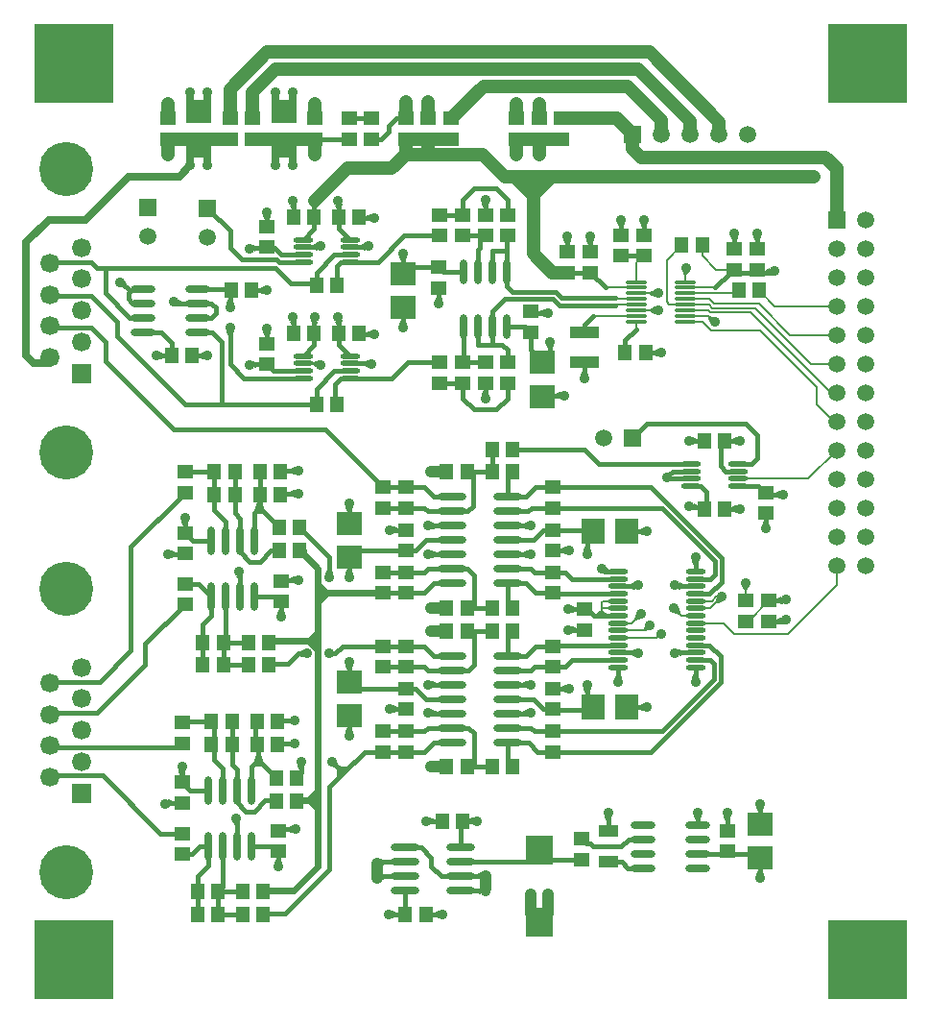
<source format=gtl>
%FSLAX25Y25*%
%MOIN*%
G70*
G01*
G75*
G04 Layer_Physical_Order=1*
G04 Layer_Color=255*
%ADD10O,0.07874X0.01201*%
%ADD11R,0.05512X0.04724*%
%ADD12R,0.04724X0.05512*%
%ADD13O,0.08661X0.02362*%
%ADD14O,0.07087X0.01772*%
%ADD15R,0.08661X0.07874*%
%ADD16R,0.07874X0.08661*%
%ADD17O,0.09843X0.02756*%
%ADD18O,0.02756X0.09843*%
%ADD19O,0.02362X0.08661*%
%ADD20R,0.06693X0.04331*%
%ADD21R,0.09449X0.10236*%
%ADD22R,0.10236X0.04331*%
%ADD23C,0.01575*%
%ADD24C,0.00787*%
%ADD25C,0.04724*%
%ADD26C,0.02362*%
%ADD27C,0.02756*%
%ADD28C,0.03937*%
%ADD29R,0.05906X0.05906*%
%ADD30C,0.05906*%
%ADD31R,0.27559X0.27559*%
%ADD32R,0.05906X0.05906*%
%ADD33C,0.06654*%
%ADD34R,0.06654X0.06654*%
%ADD35C,0.18740*%
%ADD36C,0.03583*%
G36*
X281686Y131269D02*
X280261Y131496D01*
X279625Y133071D01*
X280859Y133636D01*
X281686Y131269D01*
D02*
G37*
G36*
X234888Y129148D02*
X233644Y128757D01*
X233088Y129314D01*
X233479Y130557D01*
X234888Y129148D01*
D02*
G37*
G36*
X209770Y130118D02*
Y128543D01*
X208366Y128077D01*
Y130585D01*
X209770Y130118D01*
D02*
G37*
G36*
X232266Y133051D02*
X230566Y132569D01*
X230009Y133125D01*
X230492Y134825D01*
X232266Y133051D01*
D02*
G37*
G36*
X108537Y135138D02*
X106029Y135138D01*
X106496Y136542D01*
X108071D01*
X108537Y135138D01*
D02*
G37*
G36*
X245975Y135094D02*
X245418Y134537D01*
X243719Y135020D01*
X245492Y136793D01*
X245975Y135094D01*
D02*
G37*
G36*
X220473Y134941D02*
X218504Y133366D01*
X216535Y134941D01*
X218110Y135728D01*
X218898D01*
X220473Y134941D01*
D02*
G37*
G36*
X121260Y125394D02*
Y123031D01*
X118898Y121850D01*
X116535Y124213D01*
Y126575D01*
X118898Y128937D01*
X121260Y125394D01*
D02*
G37*
G36*
X252435Y112500D02*
X249927D01*
X250394Y113904D01*
X251969D01*
X252435Y112500D01*
D02*
G37*
G36*
X225663D02*
X223155D01*
X223622Y113904D01*
X225197D01*
X225663Y112500D01*
D02*
G37*
G36*
X192564Y109040D02*
X191178Y109528D01*
X191255Y111102D01*
X192675Y111545D01*
X192564Y109040D01*
D02*
G37*
G36*
X132159Y116831D02*
X131693Y115427D01*
X130118D01*
X129652Y116831D01*
X132159Y116831D01*
D02*
G37*
G36*
X246597Y122146D02*
X246892Y120571D01*
X245563Y120037D01*
X245150Y122511D01*
X246597Y122146D01*
D02*
G37*
G36*
X229831Y120037D02*
X228502Y120571D01*
X228797Y122146D01*
X230244Y122511D01*
X229831Y120037D01*
D02*
G37*
G36*
X114863Y119809D02*
X113458Y120276D01*
Y121851D01*
X114863Y122317D01*
Y119809D01*
D02*
G37*
G36*
X209770Y137205D02*
Y135630D01*
X208366Y135163D01*
Y137671D01*
X209770Y137205D01*
D02*
G37*
G36*
X132159Y148917D02*
X129652D01*
X130118Y150322D01*
X131693D01*
X132159Y148917D01*
D02*
G37*
G36*
X125270Y148917D02*
X122762D01*
X123228Y150322D01*
X124803D01*
X125270Y148917D01*
D02*
G37*
G36*
X221346Y150295D02*
X221006Y148721D01*
X218927Y148850D01*
X220281Y150816D01*
X221346Y150295D01*
D02*
G37*
G36*
X251969Y151844D02*
X250394D01*
X249927Y153248D01*
X252435D01*
X251969Y151844D01*
D02*
G37*
G36*
X70597Y156299D02*
Y154725D01*
X69193Y154258D01*
Y156766D01*
X70597Y156299D01*
D02*
G37*
G36*
X192675Y154203D02*
X191255Y154646D01*
X191178Y156220D01*
X192564Y156708D01*
X192675Y154203D01*
D02*
G37*
G36*
X161185Y156220D02*
X161107Y154646D01*
X159687Y154203D01*
X159798Y156708D01*
X161185Y156220D01*
D02*
G37*
G36*
X93839Y147319D02*
X92264Y146758D01*
X91702Y148013D01*
X94097Y148757D01*
X93839Y147319D01*
D02*
G37*
G36*
X123622Y143307D02*
X123622Y140945D01*
X121260Y138583D01*
X118898Y139764D01*
X118898Y144488D01*
X121260Y145669D01*
X123622Y143307D01*
D02*
G37*
G36*
X260415Y138957D02*
X258716Y138474D01*
X258159Y139031D01*
X258642Y140730D01*
X260415Y138957D01*
D02*
G37*
G36*
X281508Y138259D02*
X280059Y138583D01*
X279658Y140157D01*
X280957Y140706D01*
X281508Y138259D01*
D02*
G37*
G36*
X269094Y142847D02*
X268307Y142847D01*
X267447Y144390D01*
X269955Y144390D01*
X269094Y142847D01*
D02*
G37*
G36*
X111910Y145400D02*
X110505Y145866D01*
Y147441D01*
X111910Y147907D01*
Y145400D01*
D02*
G37*
G36*
X246892Y145177D02*
X246597Y143602D01*
X245150Y143237D01*
X245563Y145711D01*
X246892Y145177D01*
D02*
G37*
G36*
X230244Y143237D02*
X228797Y143602D01*
X228502Y145177D01*
X229831Y145711D01*
X230244Y143237D01*
D02*
G37*
G36*
X160164Y63780D02*
Y62205D01*
X158760Y61738D01*
Y64246D01*
X160164Y63780D01*
D02*
G37*
G36*
X92854Y61689D02*
X91280Y61129D01*
X90718Y62383D01*
X93112Y63127D01*
X92854Y61689D01*
D02*
G37*
G36*
X110925Y58785D02*
X109521Y59252D01*
Y60827D01*
X110925Y61293D01*
Y58785D01*
D02*
G37*
G36*
X173918Y61738D02*
X172513Y62205D01*
Y63780D01*
X173918Y64246D01*
X173918Y61738D01*
D02*
G37*
G36*
X262992Y63261D02*
X261417D01*
X260951Y64666D01*
X263459D01*
X262992Y63261D01*
D02*
G37*
G36*
X221654D02*
X220079D01*
X219612Y64666D01*
X222120D01*
X221654Y63261D01*
D02*
G37*
G36*
X252756Y63261D02*
X251181Y63261D01*
X250715Y64666D01*
X253222Y64666D01*
X252756Y63261D01*
D02*
G37*
G36*
X107553Y48523D02*
X105045D01*
X105512Y49928D01*
X107087D01*
X107553Y48523D01*
D02*
G37*
G36*
X176637Y37427D02*
X175332Y37973D01*
X175711Y39547D01*
X177160Y39879D01*
X176637Y37427D01*
D02*
G37*
G36*
X147369Y31299D02*
Y29724D01*
X145964Y29258D01*
Y31766D01*
X147369Y31299D01*
D02*
G37*
G36*
X162107Y29258D02*
X160702Y29724D01*
Y31299D01*
X162107Y31766D01*
Y29258D01*
D02*
G37*
G36*
X143115Y44547D02*
X143583Y42972D01*
X142303Y42417D01*
X141669Y44844D01*
X143115Y44547D01*
D02*
G37*
G36*
X143035Y49547D02*
X143596Y47973D01*
X142342Y47411D01*
X141598Y49806D01*
X143035Y49547D01*
D02*
G37*
G36*
X274876Y44586D02*
X272368Y44586D01*
X272835Y45991D01*
X274410D01*
X274876Y44586D01*
D02*
G37*
G36*
X177300Y42714D02*
X175863Y42972D01*
X175302Y44547D01*
X176556Y45109D01*
X177300Y42714D01*
D02*
G37*
G36*
X274410Y66214D02*
X272835D01*
X272368Y67618D01*
X274876D01*
X274410Y66214D01*
D02*
G37*
G36*
X147763Y102559D02*
Y100984D01*
X146358Y100518D01*
Y103026D01*
X147763Y102559D01*
D02*
G37*
G36*
X192675Y99085D02*
X191255Y99528D01*
X191178Y101102D01*
X192564Y101590D01*
X192675Y99085D01*
D02*
G37*
G36*
X161185Y101102D02*
X161107Y99528D01*
X159687Y99085D01*
X159798Y101590D01*
X161185Y101102D01*
D02*
G37*
G36*
X232973Y101108D02*
X231568Y101575D01*
Y103150D01*
X232973Y103616D01*
Y101108D01*
D02*
G37*
G36*
X161107Y111102D02*
X161185Y109528D01*
X159798Y109040D01*
X159687Y111545D01*
X161107Y111102D01*
D02*
G37*
G36*
X206004Y107604D02*
X204600Y108071D01*
Y109646D01*
X206004Y110112D01*
Y107604D01*
D02*
G37*
G36*
X214370Y107553D02*
X212795D01*
X212329Y108957D01*
X214837D01*
X214370Y107553D01*
D02*
G37*
G36*
X132159Y93799D02*
X129652D01*
X130118Y95204D01*
X131693D01*
X132159Y93799D01*
D02*
G37*
G36*
X129494Y79168D02*
X128380Y78054D01*
X126710Y78611D01*
Y80838D01*
X127823Y81952D01*
X130051D01*
X129494Y79168D01*
D02*
G37*
G36*
X69351Y70079D02*
X69752Y68504D01*
X68453Y67956D01*
X67902Y70402D01*
X69351Y70079D01*
D02*
G37*
G36*
X121260Y70276D02*
X118898Y66732D01*
X116535Y69095D01*
Y71457D01*
X118898Y73819D01*
X121260Y70276D01*
D02*
G37*
G36*
X74089Y80414D02*
X73622Y79009D01*
X72047Y79009D01*
X71581Y80414D01*
X74089Y80414D01*
D02*
G37*
G36*
X101310Y83268D02*
X100523Y81828D01*
X98296D01*
X97509Y83268D01*
X98622Y85956D01*
X100197D01*
X101310Y83268D01*
D02*
G37*
G36*
X127455Y82320D02*
X126341Y81207D01*
X125018Y81870D01*
X126791Y83644D01*
X127455Y82320D01*
D02*
G37*
G36*
X114961Y80978D02*
X113386D01*
X112919Y82382D01*
X115427D01*
X114961Y80978D01*
D02*
G37*
G36*
X206004Y155636D02*
X204600Y156102D01*
Y157677D01*
X206004Y158144D01*
Y155636D01*
D02*
G37*
G36*
X53731Y249174D02*
X52931Y247747D01*
X51630Y248266D01*
X52924Y250414D01*
X53731Y249174D01*
D02*
G37*
G36*
X101083Y245793D02*
X99678Y246260D01*
Y247835D01*
X101083Y248301D01*
X101083Y245793D01*
D02*
G37*
G36*
X236910Y244809D02*
X235367Y245669D01*
X235367Y246457D01*
X236910Y247317D01*
X236910Y244809D01*
D02*
G37*
G36*
X248974Y253398D02*
X248032Y252055D01*
X247244Y252237D01*
X246527Y253949D01*
X248974Y253398D01*
D02*
G37*
G36*
X98878Y262598D02*
X99279Y261024D01*
X97980Y260475D01*
X97429Y262922D01*
X98878Y262598D01*
D02*
G37*
G36*
X150394Y257159D02*
X148819D01*
X148352Y258563D01*
X150860D01*
X150394Y257159D01*
D02*
G37*
G36*
X277749Y252331D02*
X276324Y252559D01*
X275688Y254134D01*
X276922Y254699D01*
X277749Y252331D01*
D02*
G37*
G36*
X163360Y243897D02*
X160852D01*
X161319Y245302D01*
X162894D01*
X163360Y243897D01*
D02*
G37*
G36*
X257600Y237991D02*
X256099Y235982D01*
X255474Y237701D01*
X255948Y238340D01*
X257600Y237991D01*
D02*
G37*
G36*
X150860Y235531D02*
X148352D01*
X148819Y236936D01*
X150394D01*
X150860Y235531D01*
D02*
G37*
G36*
X128150Y235374D02*
X126575Y234973D01*
X126026Y236272D01*
X128473Y236823D01*
X128150Y235374D01*
D02*
G37*
G36*
X198524Y237919D02*
X197119Y238386D01*
Y239961D01*
X198524Y240427D01*
Y237919D01*
D02*
G37*
G36*
X90821Y242421D02*
X88313D01*
X88780Y243826D01*
X90354D01*
X90821Y242421D01*
D02*
G37*
G36*
X72716Y243445D02*
X72249Y241870D01*
X70803Y241574D01*
X71437Y244000D01*
X72716Y243445D01*
D02*
G37*
G36*
X236910Y238904D02*
X235367Y239764D01*
X235367Y240551D01*
X236910Y241411D01*
X236910Y238904D01*
D02*
G37*
G36*
X120008Y260954D02*
X118561Y261319D01*
X118266Y262894D01*
X119595Y263428D01*
X120008Y260954D01*
D02*
G37*
G36*
X120037Y276626D02*
X119488Y275327D01*
X117913Y275728D01*
X117590Y277177D01*
X120037Y276626D01*
D02*
G37*
G36*
X112402Y275728D02*
X110827Y275327D01*
X110278Y276626D01*
X112725Y277177D01*
X112402Y275728D01*
D02*
G37*
G36*
X103616Y272933D02*
X103150Y271529D01*
X101575D01*
X101108Y272933D01*
X103616Y272933D01*
D02*
G37*
G36*
X128150Y275728D02*
X126575Y275327D01*
X126026Y276626D01*
X128473Y277177D01*
X128150Y275728D01*
D02*
G37*
G36*
X68701Y309324D02*
X67126D01*
X66659Y310729D01*
X69167D01*
X68701Y309324D01*
D02*
G37*
G36*
X201969Y284055D02*
X197244Y279331D01*
X192520D01*
X187795Y284055D01*
X194882Y288780D01*
X201969Y284055D01*
D02*
G37*
G36*
X179404Y277264D02*
X178937Y275860D01*
X177362D01*
X176896Y277264D01*
X179404Y277264D01*
D02*
G37*
G36*
X138485Y270990D02*
X137080Y271457D01*
Y273031D01*
X138485Y273498D01*
X138485Y270990D01*
D02*
G37*
G36*
X215354Y263064D02*
X213780D01*
X213313Y264469D01*
X215821Y264469D01*
X215354Y263064D01*
D02*
G37*
G36*
X207480D02*
X205906D01*
X205439Y264469D01*
X207947Y264469D01*
X207480Y263064D01*
D02*
G37*
G36*
X136740Y260954D02*
X135293Y261319D01*
X134998Y262894D01*
X136327Y263428D01*
X136740Y260954D01*
D02*
G37*
G36*
X265551Y264049D02*
X263976D01*
X263510Y265453D01*
X266018Y265453D01*
X265551Y264049D01*
D02*
G37*
G36*
X234055Y268970D02*
X232480D01*
X232014Y270374D01*
X234522Y270374D01*
X234055Y268970D01*
D02*
G37*
G36*
X226181D02*
X224606D01*
X224140Y270374D01*
X226648Y270374D01*
X226181Y268970D01*
D02*
G37*
G36*
X273425Y264049D02*
X271850D01*
X271384Y265453D01*
X273892Y265453D01*
X273425Y264049D01*
D02*
G37*
G36*
X251838Y172638D02*
X251838Y171063D01*
X249988Y170740D01*
X250539Y173186D01*
X251838Y172638D01*
D02*
G37*
G36*
X131693Y170545D02*
X130118D01*
X129652Y171949D01*
X132159D01*
X131693Y170545D01*
D02*
G37*
G36*
X265453Y170006D02*
X264049Y170473D01*
Y172047D01*
X265453Y172514D01*
X265453Y170006D01*
D02*
G37*
G36*
X280217Y174927D02*
X278812Y175394D01*
Y176969D01*
X280217Y177435D01*
Y174927D01*
D02*
G37*
G36*
X265453Y193628D02*
X264049Y194095D01*
Y195669D01*
X265453Y196136D01*
X265453Y193628D01*
D02*
G37*
G36*
X111910Y183195D02*
X110505Y183661D01*
Y185236D01*
X111910Y185703D01*
X111910Y183195D01*
D02*
G37*
G36*
Y175321D02*
X110505Y175787D01*
Y177362D01*
X111910Y177829D01*
X111910Y175321D01*
D02*
G37*
G36*
X101704Y170866D02*
X100917Y169427D01*
X98690D01*
X97902Y170866D01*
X99016Y173555D01*
X100591D01*
X101704Y170866D01*
D02*
G37*
G36*
X147763Y164764D02*
Y163189D01*
X146358Y162723D01*
Y165230D01*
X147763Y164764D01*
D02*
G37*
G36*
X232973Y162132D02*
X231568Y162599D01*
Y164173D01*
X232973Y164640D01*
Y162132D01*
D02*
G37*
G36*
X214837Y156791D02*
X212329D01*
X212795Y158196D01*
X214370D01*
X214837Y156791D01*
D02*
G37*
G36*
X161107Y166220D02*
X161185Y164646D01*
X159798Y164158D01*
X159687Y166663D01*
X161107Y166220D01*
D02*
G37*
G36*
X276845Y165649D02*
X274337Y165649D01*
X274803Y167054D01*
X276378D01*
X276845Y165649D01*
D02*
G37*
G36*
X75073Y167028D02*
X74606Y165623D01*
X73032D01*
X72565Y167028D01*
X75073Y167028D01*
D02*
G37*
G36*
X192564Y164158D02*
X191178Y164646D01*
X191255Y166220D01*
X192675Y166663D01*
X192564Y164158D01*
D02*
G37*
G36*
X251700Y195669D02*
Y194095D01*
X250295Y193628D01*
Y196136D01*
X251700Y195669D01*
D02*
G37*
G36*
X138485Y230636D02*
X137080Y231102D01*
Y232677D01*
X138485Y233144D01*
X138485Y230636D01*
D02*
G37*
G36*
X201575Y226647D02*
X200000D01*
X199533Y228051D01*
X202041D01*
X201575Y226647D01*
D02*
G37*
G36*
X237894Y224140D02*
X236490Y224606D01*
Y226181D01*
X237894Y226648D01*
X237894Y224140D01*
D02*
G37*
G36*
X103616Y232579D02*
X103150Y231174D01*
X101575D01*
X101108Y232579D01*
X103616Y232579D01*
D02*
G37*
G36*
X120037Y236272D02*
X119488Y234973D01*
X117913Y235374D01*
X117590Y236823D01*
X120037Y236272D01*
D02*
G37*
G36*
X112402Y235374D02*
X110827Y234973D01*
X110278Y236272D01*
X112725Y236823D01*
X112402Y235374D01*
D02*
G37*
G36*
X90354Y231568D02*
X88780D01*
X88313Y232973D01*
X90821D01*
X90354Y231568D01*
D02*
G37*
G36*
X66660Y225197D02*
Y223622D01*
X65256Y223156D01*
X65256Y225663D01*
X66660Y225197D01*
D02*
G37*
G36*
X213852Y217815D02*
X211345Y217815D01*
X211811Y219219D01*
X213386D01*
X213852Y217815D01*
D02*
G37*
G36*
X179404Y210925D02*
X176896Y210925D01*
X177362Y212330D01*
X178937D01*
X179404Y210925D01*
D02*
G37*
G36*
X204429Y209376D02*
X203025Y209843D01*
Y211417D01*
X204429Y211884D01*
Y209376D01*
D02*
G37*
G36*
X98878Y222244D02*
X99279Y220669D01*
X97980Y220121D01*
X97429Y222568D01*
X98878Y222244D01*
D02*
G37*
G36*
X80414Y223156D02*
X79009Y223622D01*
Y225197D01*
X80414Y225663D01*
Y223156D01*
D02*
G37*
G36*
X137311Y220431D02*
X135982Y220965D01*
X136278Y222539D01*
X137724Y222904D01*
X137311Y220431D01*
D02*
G37*
G36*
X119400Y220398D02*
X118221Y221358D01*
X118561Y222146D01*
X120364Y222713D01*
X119400Y220398D01*
D02*
G37*
D10*
X230709Y250000D02*
D03*
Y248032D02*
D03*
Y244094D02*
D03*
Y246063D02*
D03*
Y238189D02*
D03*
Y236221D02*
D03*
Y240158D02*
D03*
Y242126D02*
D03*
X247638D02*
D03*
Y240158D02*
D03*
Y236221D02*
D03*
Y238189D02*
D03*
Y246063D02*
D03*
Y244094D02*
D03*
Y248032D02*
D03*
Y250000D02*
D03*
D11*
X193898Y239764D02*
D03*
Y232677D02*
D03*
X276575Y139370D02*
D03*
Y132283D02*
D03*
X268701Y132283D02*
D03*
Y139370D02*
D03*
X275591Y176772D02*
D03*
Y169685D02*
D03*
X204725Y299606D02*
D03*
Y306693D02*
D03*
X158465Y306693D02*
D03*
Y299606D02*
D03*
X150591Y299606D02*
D03*
Y306693D02*
D03*
X225394Y266339D02*
D03*
Y259252D02*
D03*
X272638Y261417D02*
D03*
Y254331D02*
D03*
X206693Y260433D02*
D03*
Y253346D02*
D03*
X201772Y149213D02*
D03*
Y142126D02*
D03*
X201772Y171654D02*
D03*
Y178740D02*
D03*
X201772Y94095D02*
D03*
Y87008D02*
D03*
X201772Y116535D02*
D03*
Y123622D02*
D03*
X150591Y149213D02*
D03*
Y142126D02*
D03*
X73819Y184055D02*
D03*
Y176969D02*
D03*
X72835Y97047D02*
D03*
Y89961D02*
D03*
X73819Y145276D02*
D03*
Y138189D02*
D03*
X72835Y51575D02*
D03*
Y58662D02*
D03*
X142717Y171654D02*
D03*
Y178740D02*
D03*
X142717Y94095D02*
D03*
Y87008D02*
D03*
X211614Y56693D02*
D03*
Y49606D02*
D03*
X142717Y116535D02*
D03*
Y123622D02*
D03*
X142717Y149213D02*
D03*
Y142126D02*
D03*
X162402Y222047D02*
D03*
Y214961D02*
D03*
X162402Y266142D02*
D03*
Y273228D02*
D03*
X107283Y139173D02*
D03*
Y146260D02*
D03*
X106299Y52559D02*
D03*
Y59646D02*
D03*
X73819Y155906D02*
D03*
Y162992D02*
D03*
X72835Y69291D02*
D03*
Y76378D02*
D03*
X201772Y101772D02*
D03*
Y108858D02*
D03*
X201772Y163976D02*
D03*
Y156890D02*
D03*
X212598Y129331D02*
D03*
Y136417D02*
D03*
X262205Y52559D02*
D03*
Y59646D02*
D03*
X150591Y101772D02*
D03*
Y108858D02*
D03*
X150591Y163976D02*
D03*
Y156890D02*
D03*
X150591Y171654D02*
D03*
Y178740D02*
D03*
X150591Y94095D02*
D03*
Y87008D02*
D03*
X150591Y116535D02*
D03*
Y123622D02*
D03*
X102362Y221457D02*
D03*
Y228543D02*
D03*
X102362Y262205D02*
D03*
Y269291D02*
D03*
X162106Y255020D02*
D03*
Y247933D02*
D03*
X264764Y261417D02*
D03*
Y254331D02*
D03*
X214567Y260433D02*
D03*
Y253346D02*
D03*
X186024Y222047D02*
D03*
Y214961D02*
D03*
X233268Y266339D02*
D03*
Y259252D02*
D03*
X186024Y266142D02*
D03*
Y273228D02*
D03*
X178150D02*
D03*
Y266142D02*
D03*
X178150Y214961D02*
D03*
Y222047D02*
D03*
X170276Y266142D02*
D03*
Y273228D02*
D03*
X170276Y222047D02*
D03*
Y214961D02*
D03*
X196851Y299606D02*
D03*
Y306693D02*
D03*
X188976Y306693D02*
D03*
Y299606D02*
D03*
X119095Y306693D02*
D03*
Y299606D02*
D03*
X67913D02*
D03*
Y306693D02*
D03*
X166339D02*
D03*
Y299606D02*
D03*
X97441Y306693D02*
D03*
Y299606D02*
D03*
X89567Y306693D02*
D03*
Y299606D02*
D03*
X138780Y299606D02*
D03*
Y306693D02*
D03*
X130906Y299606D02*
D03*
Y306693D02*
D03*
D12*
X253543Y262795D02*
D03*
X246457D02*
D03*
X273228Y247047D02*
D03*
X266142D02*
D03*
X89961D02*
D03*
X97047D02*
D03*
X76378Y224410D02*
D03*
X69291D02*
D03*
X119488Y207677D02*
D03*
X126575D02*
D03*
X119488Y249016D02*
D03*
X126575D02*
D03*
X254331Y194882D02*
D03*
X261417D02*
D03*
X254331Y171260D02*
D03*
X261417D02*
D03*
X106890Y184055D02*
D03*
X99803D02*
D03*
X105905Y97441D02*
D03*
X98819D02*
D03*
X113779Y164764D02*
D03*
X106693D02*
D03*
X112795Y77756D02*
D03*
X105709D02*
D03*
X113779Y156890D02*
D03*
X106693D02*
D03*
X112795Y69882D02*
D03*
X105709D02*
D03*
X91142Y184055D02*
D03*
X84055D02*
D03*
X90158Y97441D02*
D03*
X83071D02*
D03*
X102953Y117126D02*
D03*
X95866D02*
D03*
X100984Y30512D02*
D03*
X93898D02*
D03*
X102953Y125000D02*
D03*
X95866D02*
D03*
X100984Y38386D02*
D03*
X93898D02*
D03*
X80118Y117126D02*
D03*
X87205D02*
D03*
X85236Y30512D02*
D03*
X78150D02*
D03*
X187599Y184055D02*
D03*
X180512D02*
D03*
X164764Y184055D02*
D03*
X171850D02*
D03*
X180512Y191929D02*
D03*
X187599D02*
D03*
X187599Y81693D02*
D03*
X180512D02*
D03*
X164764Y81693D02*
D03*
X171850D02*
D03*
X187599Y128937D02*
D03*
X180512D02*
D03*
X164764Y128937D02*
D03*
X171850D02*
D03*
X187599Y136811D02*
D03*
X180512D02*
D03*
X164764Y136811D02*
D03*
X171850D02*
D03*
X106890Y176181D02*
D03*
X99803D02*
D03*
X105905Y89567D02*
D03*
X98819D02*
D03*
X84055Y176181D02*
D03*
X91142D02*
D03*
X90158Y89567D02*
D03*
X83071D02*
D03*
X80118Y125000D02*
D03*
X87205D02*
D03*
X85236Y38386D02*
D03*
X78150D02*
D03*
X170276Y62992D02*
D03*
X163189D02*
D03*
X157480Y30512D02*
D03*
X150394D02*
D03*
X111614Y272638D02*
D03*
X118701D02*
D03*
X111614Y232283D02*
D03*
X118701D02*
D03*
X134449Y272638D02*
D03*
X127362D02*
D03*
X134449Y232283D02*
D03*
X127362D02*
D03*
X233858Y225394D02*
D03*
X226772D02*
D03*
D13*
X59449Y247657D02*
D03*
Y242657D02*
D03*
Y237657D02*
D03*
Y232658D02*
D03*
X78347Y247657D02*
D03*
Y242657D02*
D03*
Y237657D02*
D03*
Y232658D02*
D03*
X233071Y61634D02*
D03*
Y56634D02*
D03*
Y51634D02*
D03*
Y46634D02*
D03*
X251969Y61634D02*
D03*
Y56634D02*
D03*
Y51634D02*
D03*
Y46634D02*
D03*
D14*
X249705Y186909D02*
D03*
Y184350D02*
D03*
Y181791D02*
D03*
Y179232D02*
D03*
X266043Y186909D02*
D03*
Y184350D02*
D03*
Y181791D02*
D03*
Y179232D02*
D03*
X224410Y149508D02*
D03*
Y146949D02*
D03*
Y144390D02*
D03*
Y141831D02*
D03*
Y139272D02*
D03*
Y136713D02*
D03*
Y134154D02*
D03*
Y131595D02*
D03*
Y129035D02*
D03*
Y126476D02*
D03*
Y123917D02*
D03*
Y121358D02*
D03*
Y118799D02*
D03*
Y116240D02*
D03*
X251181Y149508D02*
D03*
Y146949D02*
D03*
Y144390D02*
D03*
Y141831D02*
D03*
Y139272D02*
D03*
Y136713D02*
D03*
Y134154D02*
D03*
Y131595D02*
D03*
Y129035D02*
D03*
Y126476D02*
D03*
Y123917D02*
D03*
Y121358D02*
D03*
Y118799D02*
D03*
Y116240D02*
D03*
X114862Y224311D02*
D03*
Y221752D02*
D03*
Y219193D02*
D03*
Y216634D02*
D03*
X131201Y224311D02*
D03*
Y221752D02*
D03*
Y219193D02*
D03*
Y216634D02*
D03*
X114862Y264665D02*
D03*
Y262106D02*
D03*
Y259547D02*
D03*
Y256988D02*
D03*
X131201Y264665D02*
D03*
Y262106D02*
D03*
Y259547D02*
D03*
Y256988D02*
D03*
D15*
X130906Y166339D02*
D03*
Y154528D02*
D03*
X149606Y252953D02*
D03*
Y241142D02*
D03*
X197835Y210236D02*
D03*
Y222047D02*
D03*
X130905Y99410D02*
D03*
Y111221D02*
D03*
X273622Y62008D02*
D03*
Y50197D02*
D03*
X108268Y297244D02*
D03*
Y309055D02*
D03*
X78740D02*
D03*
Y297244D02*
D03*
D16*
X215551Y163386D02*
D03*
X227362D02*
D03*
X215551Y102362D02*
D03*
X227362D02*
D03*
D17*
X185827Y145433D02*
D03*
Y150433D02*
D03*
Y155433D02*
D03*
Y160433D02*
D03*
Y165433D02*
D03*
Y170433D02*
D03*
Y175433D02*
D03*
X166535Y145433D02*
D03*
Y150433D02*
D03*
Y155433D02*
D03*
Y160433D02*
D03*
Y165433D02*
D03*
Y170433D02*
D03*
Y175433D02*
D03*
X169488Y38760D02*
D03*
Y43760D02*
D03*
Y48760D02*
D03*
Y53760D02*
D03*
X150197Y38760D02*
D03*
Y43760D02*
D03*
Y48760D02*
D03*
Y53760D02*
D03*
X185827Y90315D02*
D03*
Y95315D02*
D03*
Y100315D02*
D03*
Y105315D02*
D03*
Y110315D02*
D03*
Y115315D02*
D03*
Y120315D02*
D03*
X166535Y90315D02*
D03*
Y95315D02*
D03*
Y100315D02*
D03*
Y105315D02*
D03*
Y110315D02*
D03*
Y115315D02*
D03*
Y120315D02*
D03*
D18*
X83051Y140945D02*
D03*
X88051D02*
D03*
X93051D02*
D03*
X98051D02*
D03*
X83051Y160236D02*
D03*
X88051D02*
D03*
X93051D02*
D03*
X98051D02*
D03*
X82067Y54331D02*
D03*
X87067D02*
D03*
X92067D02*
D03*
X97067D02*
D03*
X82067Y73622D02*
D03*
X87067D02*
D03*
X92067D02*
D03*
X97067D02*
D03*
D19*
X185650Y253543D02*
D03*
X180650D02*
D03*
X175650D02*
D03*
X170650D02*
D03*
X185650Y234646D02*
D03*
X180650D02*
D03*
X175650D02*
D03*
X170650D02*
D03*
D20*
X220866Y59449D02*
D03*
Y48819D02*
D03*
D21*
X196850Y27756D02*
D03*
Y52953D02*
D03*
D22*
X212598Y232677D02*
D03*
Y222047D02*
D03*
D23*
X241142Y182087D02*
X241437Y181791D01*
X249705D01*
X243406Y184350D02*
X249705D01*
X242126Y183071D02*
X243406Y184350D01*
X174213Y282480D02*
X182087D01*
X170276Y278543D02*
X174213Y282480D01*
X170276Y273228D02*
Y278543D01*
X186024Y209646D02*
Y214961D01*
X182087Y205709D02*
X186024Y209646D01*
X174213Y205709D02*
X182087D01*
X186024Y222047D02*
Y226378D01*
X184055Y228346D02*
X186024Y226378D01*
X180650Y228346D02*
X184055D01*
X175650D02*
X180650D01*
Y234646D01*
X175650Y228346D02*
Y234646D01*
X185650Y260827D02*
Y265768D01*
Y253543D02*
Y260827D01*
X180650D02*
X185650D01*
X180650Y253543D02*
Y260827D01*
X93504Y257874D02*
X105592D01*
X89567Y261811D02*
X93504Y257874D01*
X89567Y261811D02*
Y267717D01*
X105592Y257874D02*
X106477Y256988D01*
X105315Y254921D02*
X110728Y249508D01*
X43307Y254921D02*
X105315D01*
X73819Y207677D02*
X86614D01*
X50197Y231299D02*
X73819Y207677D01*
X50197Y231299D02*
Y236221D01*
X122638Y198819D02*
X142717Y178740D01*
X69882Y198819D02*
X122638D01*
X46260Y222441D02*
X69882Y198819D01*
X212598Y232677D02*
Y235236D01*
X215551Y238189D01*
X226772Y225394D02*
Y229725D01*
X230709Y233662D01*
X263189Y253346D02*
X277953D01*
X257874Y248032D02*
X263189Y253346D01*
X214567Y253346D02*
X219882Y248032D01*
X204706Y244390D02*
X223425D01*
X202717Y246378D02*
X204706Y244390D01*
X45276Y78740D02*
X65354Y58662D01*
X27874Y78740D02*
X45276D01*
X26890Y77756D02*
X27874Y78740D01*
X26575Y88583D02*
X71457D01*
X25591Y87599D02*
X26575Y88583D01*
X71457D02*
X72835Y89961D01*
X43307Y100394D02*
X60039Y117126D01*
X27874Y100394D02*
X43307D01*
X26890Y99410D02*
X27874Y100394D01*
X44291Y111221D02*
X55118Y122047D01*
X28858Y111221D02*
X44291D01*
X26890Y109252D02*
X28858Y111221D01*
X41339Y256890D02*
X43307Y254921D01*
X29232Y256890D02*
X41339D01*
X96850Y261811D02*
X104884D01*
X107148Y259547D01*
X114862D01*
X106477Y256988D02*
X114862D01*
X26890Y254547D02*
X29232Y256890D01*
X41339Y245079D02*
X50197Y236221D01*
X28327Y245079D02*
X41339D01*
X26890Y243642D02*
X28327Y245079D01*
X41339Y234252D02*
X46260Y229331D01*
Y222441D02*
Y229331D01*
X28405Y234252D02*
X41339D01*
X26890Y232736D02*
X28405Y234252D01*
X92067Y54331D02*
Y63445D01*
X106693Y60039D02*
X112205D01*
X106299Y59646D02*
X106693Y60039D01*
X92520Y149606D02*
X93051Y149075D01*
Y141339D02*
Y149075D01*
X106693Y146653D02*
X113189D01*
X106299Y146260D02*
X106693Y146653D01*
X106299Y146260D02*
X107283D01*
X187677Y246378D02*
X202717D01*
X185650Y248406D02*
X187677Y246378D01*
X150000Y266142D02*
X162402D01*
X140847Y256988D02*
X150000Y266142D01*
X128051Y256988D02*
X140847D01*
X151181Y222047D02*
X162402D01*
X145768Y216634D02*
X151181Y222047D01*
X131201Y221752D02*
X138484D01*
X138780Y221457D01*
X70335Y242657D02*
X78347D01*
X69882Y243110D02*
X70335Y242657D01*
X51791Y250000D02*
X54931Y246860D01*
X51181Y250000D02*
X51791D01*
X219587Y149508D02*
X224410D01*
X218504Y150591D02*
X219587Y149508D01*
X208366Y146949D02*
X224410D01*
X206102Y149213D02*
X208366Y146949D01*
X89567Y221457D02*
Y234252D01*
Y221457D02*
X94390Y216634D01*
X114862D01*
X81693Y275591D02*
X89567Y267717D01*
X54931Y246860D02*
X55728Y247657D01*
X59449D01*
X54134Y246063D02*
X54931Y246860D01*
X54134Y244094D02*
Y246063D01*
X268701Y200787D02*
X272638Y196850D01*
X234252Y200787D02*
X268701D01*
X229331Y195866D02*
X234252Y200787D01*
X229331Y194882D02*
Y195866D01*
X266043Y186909D02*
X270571D01*
X272638Y188976D01*
Y196850D01*
X276575Y132283D02*
X281890D01*
X282087Y139370D02*
X282480Y139764D01*
X276575Y139370D02*
X282087D01*
X250394Y171850D02*
X254921D01*
X249016Y194882D02*
X254331D01*
X277953Y253346D02*
X278543Y253937D01*
X202165Y101378D02*
X215551D01*
X201772Y163976D02*
X216535D01*
X127362Y228150D02*
Y237205D01*
X86614Y207677D02*
X119488D01*
X86614D02*
Y229331D01*
X83288Y232658D02*
X86614Y229331D01*
X78347Y232658D02*
X83288D01*
X46260Y246063D02*
Y254547D01*
Y246063D02*
X54665Y237657D01*
X59449D01*
X54134Y244094D02*
X55571Y242657D01*
X59449D01*
X78347D02*
X83130D01*
X84646Y241142D01*
Y239173D02*
Y241142D01*
X83130Y237657D02*
X84646Y239173D01*
X78347Y237657D02*
X83130D01*
X63976Y224410D02*
X69291D01*
X76378Y224410D02*
X81693D01*
X97047Y247047D02*
X102362D01*
X78347Y247657D02*
X88563D01*
X89567Y241142D02*
Y246654D01*
X69291Y224410D02*
Y228937D01*
X65571Y232658D02*
X69291Y228937D01*
X59449Y232658D02*
X65571D01*
X110728Y249508D02*
X118996D01*
X119488Y250000D01*
Y253346D01*
X125689Y259547D01*
X131201D01*
X128051Y216634D02*
X131201D01*
X125984Y214567D02*
X128051Y216634D01*
X125984Y208268D02*
Y214567D01*
X119488Y212992D02*
X125689Y219193D01*
X119488Y207677D02*
Y212992D01*
X125689Y219193D02*
X131201D01*
X102362Y221457D02*
X104626Y219193D01*
X114862D01*
X131201Y216634D02*
X145768D01*
X127362Y228150D02*
X131201Y224311D01*
X114862D02*
X118701Y228150D01*
X126575Y249016D02*
Y255512D01*
X128051Y256988D01*
X217618Y186909D02*
X249705D01*
X212598Y191929D02*
X217618Y186909D01*
X187599Y191929D02*
X212598D01*
X172599Y184055D02*
X180512D01*
Y191929D01*
X273130Y179232D02*
X275591Y176772D01*
X266043Y179232D02*
X273130D01*
X276181Y176181D02*
X281496D01*
X275591Y165354D02*
Y169685D01*
X261417Y171260D02*
X265748D01*
X254921Y171850D02*
Y177165D01*
X252953Y179134D02*
X254921Y177165D01*
X249803Y179134D02*
X252953D01*
X249705Y179232D02*
X249803Y179134D01*
X261417Y194882D02*
X265748D01*
X259843Y193307D02*
X261417Y194882D01*
X259843Y186024D02*
Y193307D01*
Y186024D02*
X261516Y184350D01*
X266043D01*
X65354Y58662D02*
X72835D01*
X60039Y117126D02*
Y124409D01*
X55118Y122047D02*
Y158268D01*
X67323Y69291D02*
X72835D01*
X66929Y68898D02*
X67323Y69291D01*
X72835Y76378D02*
Y81693D01*
Y76378D02*
X75591Y73622D01*
X82067D01*
X76575Y160236D02*
X83051D01*
X73819Y162992D02*
X76575Y160236D01*
X105512Y140945D02*
X107283Y139173D01*
X98051Y140945D02*
X105512D01*
X73819Y162992D02*
Y167323D01*
X67913Y155512D02*
X73425D01*
X251969Y51634D02*
X272185D01*
X273622Y43307D02*
Y50197D01*
X144685Y30512D02*
X150000D01*
X157480Y62992D02*
X163189D01*
X150197Y30709D02*
Y38760D01*
X169488Y53760D02*
Y62205D01*
X130905Y111221D02*
Y118110D01*
X133268Y108858D02*
X150591D01*
X153937D01*
X157480Y105315D01*
X166535D01*
X130906Y147638D02*
Y154528D01*
X133268Y156890D01*
X150591D01*
X153937D01*
X157480Y160433D01*
X166535D01*
X55118Y158268D02*
X73819Y176969D01*
X60039Y124409D02*
X73819Y138189D01*
Y145276D02*
X78720D01*
X83051Y140945D01*
X212598Y216535D02*
Y222047D01*
X233858Y225394D02*
X239173D01*
X264764Y261417D02*
Y266732D01*
X272638Y261417D02*
Y266732D01*
X213583Y136417D02*
X215846Y134154D01*
X218504D01*
X233268Y266339D02*
Y271654D01*
X225394Y266339D02*
Y271654D01*
Y259252D02*
X233268D01*
X206693Y253346D02*
X214567D01*
Y260433D02*
Y265748D01*
X206693Y260433D02*
Y265748D01*
X224410Y111221D02*
Y115846D01*
X251181Y149508D02*
Y154528D01*
X224409Y115846D02*
X224410Y115846D01*
X124016Y147638D02*
Y154528D01*
X141280Y48760D02*
X150197D01*
X141201Y43760D02*
X150197D01*
X169488Y38760D02*
X178150D01*
X169488Y43760D02*
X178150D01*
X159449Y47244D02*
X162933Y43760D01*
X169488D01*
X159449Y47244D02*
Y50197D01*
X157480Y30512D02*
X163386D01*
X150197Y53760D02*
X155886D01*
X159449Y50197D01*
X170276Y62992D02*
X175197D01*
X83051Y134232D02*
Y140945D01*
X80118Y131299D02*
X83051Y134232D01*
X80118Y125000D02*
Y131299D01*
Y117126D02*
Y125000D01*
X87205D02*
X95866D01*
X87205Y117126D02*
X95866D01*
X87205D02*
Y125000D01*
X88051Y125847D01*
Y140945D01*
X109646Y117520D02*
X113189Y121063D01*
X102559Y117520D02*
X109646D01*
X84055Y170866D02*
Y184055D01*
X73819D02*
X84055D01*
X93051Y160236D02*
Y167776D01*
X91142Y169685D02*
X93051Y167776D01*
X91142Y169685D02*
Y176575D01*
X90158Y82618D02*
Y89567D01*
Y82618D02*
X92067Y80709D01*
X91142Y176575D02*
Y184055D01*
X92067Y73622D02*
Y80709D01*
X90158Y89567D02*
Y97441D01*
X84055Y84252D02*
Y98228D01*
Y84252D02*
X87067Y81240D01*
X72441Y97441D02*
X82284D01*
X88051Y160236D02*
Y166870D01*
X84055Y170866D02*
X88051Y166870D01*
X99803Y171654D02*
X106693Y164764D01*
X98051Y169902D02*
X99803Y171654D01*
X98051Y160236D02*
Y169902D01*
X99803Y171654D02*
Y176575D01*
X106299Y47244D02*
Y52559D01*
X93051Y156358D02*
X96457Y152953D01*
X99803D01*
X91673Y69744D02*
X95079Y66339D01*
X97835D01*
X101772Y70276D01*
X105315D01*
X103740Y156890D02*
X106693D01*
X99803Y152953D02*
X103740Y156890D01*
X107283Y133858D02*
Y139173D01*
X124016Y46260D02*
Y74803D01*
X108661Y30906D02*
X124016Y46260D01*
X100591Y30906D02*
X108661D01*
X107283Y38780D02*
X111614D01*
X82067Y47618D02*
Y54331D01*
X78150Y43701D02*
X82067Y47618D01*
X78150Y38386D02*
Y43701D01*
X97067Y81713D02*
X99410Y84055D01*
X97067Y73622D02*
Y81713D01*
X99410Y84055D02*
Y89961D01*
X87067Y73622D02*
Y81240D01*
X104528Y54331D02*
X106299Y52559D01*
X97067Y54331D02*
X104528D01*
X72835Y51575D02*
X76181D01*
X78937Y54331D01*
X82067D01*
X78150Y30512D02*
Y38386D01*
X85236Y30512D02*
X93898D01*
X85236Y38386D02*
X93898D01*
X85236Y30512D02*
Y38386D01*
X87067Y40217D01*
Y54331D01*
X98425Y89961D02*
Y97835D01*
X99410Y84055D02*
X105315Y78150D01*
X128937Y79725D02*
X136221Y87008D01*
X124016Y74803D02*
X128937Y79725D01*
X125000Y83662D02*
X128937Y79725D01*
X136221Y87008D02*
X142717D01*
Y94095D02*
X150591D01*
X142717Y87008D02*
X150591D01*
X113779Y164764D02*
X124016Y154528D01*
Y121063D02*
X125984D01*
X128543Y123622D01*
X113189Y121063D02*
X116142D01*
X128543Y123622D02*
X142717D01*
X158307Y95315D02*
X166535D01*
X157087Y94095D02*
X158307Y95315D01*
X150591Y94095D02*
X157087D01*
X112598Y78150D02*
X114173Y79725D01*
Y83662D01*
X201772Y87008D02*
X235652D01*
X259842Y111198D01*
X273622Y62008D02*
Y68898D01*
X251969Y61634D02*
Y65945D01*
X130905Y166339D02*
Y172244D01*
X213583Y155512D02*
Y161417D01*
X227362Y163386D02*
X234252D01*
X227362Y102362D02*
X233268D01*
X213583Y104331D02*
Y110236D01*
Y104331D02*
X215551Y102362D01*
X201772Y101772D02*
X202165Y101378D01*
X130905Y93504D02*
Y99410D01*
X257874Y148622D02*
Y153267D01*
X239487Y171654D02*
X257874Y153267D01*
X201772Y171654D02*
X239487D01*
X260157Y145984D02*
Y154213D01*
X235630Y178740D02*
X260157Y154213D01*
X201772Y178740D02*
X235630D01*
X251181Y141831D02*
X256004D01*
X260157Y145984D01*
X256201Y146949D02*
X257874Y148622D01*
X251181Y146949D02*
X256201D01*
X195473Y178740D02*
X201772D01*
X192165Y175433D02*
X195473Y178740D01*
X185827Y175433D02*
X192165D01*
X194291Y171654D02*
X201772D01*
X193071Y170433D02*
X194291Y171654D01*
X185827Y170433D02*
X193071D01*
X142717Y142126D02*
X150591D01*
X142717Y149213D02*
X150591D01*
X142717Y171654D02*
X150591D01*
X142717Y178740D02*
X150591D01*
X173898Y172244D02*
Y184055D01*
X171851Y184055D02*
X172599D01*
X172598Y184055D02*
X172599Y184055D01*
X172087Y170433D02*
X173898Y172244D01*
X166535Y170433D02*
X172087D01*
X185827Y182283D02*
X187599Y184055D01*
X185827Y175433D02*
Y182283D01*
X174213Y136811D02*
X180512D01*
X174213D02*
Y148307D01*
X172087Y150433D02*
X174213Y148307D01*
X166535Y150433D02*
X172087D01*
X185827Y138583D02*
X187599Y136811D01*
X185827Y138583D02*
Y145433D01*
X150591Y178740D02*
X156890D01*
X160197Y175433D01*
X166535D01*
X150591Y171654D02*
X157087D01*
X158307Y170433D01*
X166535D01*
X158307Y150433D02*
X166535D01*
X157087Y149213D02*
X158307Y150433D01*
X150591Y149213D02*
X157087D01*
X150591Y142126D02*
X156890D01*
X160197Y145433D01*
X166535D01*
X145079Y163976D02*
X150591D01*
X201772Y156890D02*
X207283D01*
X158543Y155433D02*
X166535D01*
X159528Y165433D02*
X166535D01*
X185827Y155433D02*
X192835D01*
X185827Y165433D02*
X193819D01*
X198425Y163976D02*
X201772D01*
X194882Y160433D02*
X198425Y163976D01*
X185827Y160433D02*
X194882D01*
X202067Y141831D02*
X224410D01*
X201772Y149213D02*
X206102D01*
X195276D02*
X201772D01*
X194055Y150433D02*
X195276Y149213D01*
X185827Y150433D02*
X194055D01*
X195473Y142126D02*
X201772D01*
X192165Y145433D02*
X195473Y142126D01*
X185827Y145433D02*
X192165D01*
X201772Y94095D02*
X239510D01*
X257559Y112144D01*
X195276Y94095D02*
X201772D01*
X194055Y95315D02*
X195276Y94095D01*
X196457Y87008D02*
X201772D01*
X193150Y90315D02*
X196457Y87008D01*
X195276Y116535D02*
X200787D01*
X194055Y115315D02*
X195276Y116535D01*
X200787D02*
X201772Y117520D01*
X195473Y123622D02*
X200787D01*
X192165Y120315D02*
X195473Y123622D01*
X200787D02*
X201083Y123917D01*
X201772Y116535D02*
X206102D01*
X208366Y118799D01*
X198425Y101772D02*
X201772D01*
X194882Y105315D02*
X198425Y101772D01*
X185827Y105315D02*
X194882D01*
X201772Y108858D02*
X207283D01*
X207087Y129331D02*
X212598D01*
X208366Y118799D02*
X224410D01*
X201083Y123917D02*
X224410D01*
X207087Y136417D02*
X212598D01*
X224409Y115846D02*
X224410Y115847D01*
X185827Y83465D02*
X187599Y81693D01*
X185827Y83465D02*
Y90315D01*
X174213Y81693D02*
X180512D01*
X174213D02*
Y93504D01*
X150591Y87008D02*
X156890D01*
X160197Y90315D01*
X166535D01*
X185827D02*
X193150D01*
X186260Y95473D02*
X186417Y95315D01*
X194055D01*
X185827D02*
X186417D01*
X174213Y128937D02*
X180512D01*
X174213Y117126D02*
Y128937D01*
X172402Y115315D02*
X174213Y117126D01*
X166535Y115315D02*
X172402D01*
X142717Y116535D02*
X150591D01*
X142717Y123622D02*
X150591D01*
Y116535D02*
X157087D01*
X160197Y120315D02*
X166535D01*
X156890Y123622D02*
X160197Y120315D01*
X150591Y123622D02*
X156890D01*
X185827Y127165D02*
X187599Y128937D01*
X185827Y120315D02*
Y127165D01*
Y115315D02*
X194055D01*
X185827Y120315D02*
X192165D01*
X145079Y101772D02*
X150591D01*
X158543Y100315D02*
X166535D01*
X158543Y110315D02*
X166535D01*
X185827D02*
X193819D01*
X185827Y100315D02*
X193819D01*
X218504Y134154D02*
X224410D01*
X222146Y116240D02*
X224410D01*
X106890Y184449D02*
X113189D01*
X106890Y176575D02*
X113189D01*
X99803D02*
Y184449D01*
X105512Y97835D02*
X109843D01*
X105512Y89961D02*
X109843D01*
X224016Y116240D02*
X224410D01*
X162106Y242618D02*
Y247933D01*
X227736Y46634D02*
X233071D01*
X225551Y48819D02*
X227736Y46634D01*
X220866Y48819D02*
X225551D01*
X262205Y59646D02*
Y65945D01*
X220866Y59449D02*
Y65945D01*
X251181Y123917D02*
X255989D01*
X224016Y116240D02*
X224410Y115847D01*
X251181Y111221D02*
Y116240D01*
Y118799D02*
X256201D01*
X259842Y111198D02*
Y120063D01*
X255989Y123917D02*
X259842Y120063D01*
X257559Y112144D02*
Y117441D01*
X256201Y118799D02*
X257559Y117441D01*
X227894Y56634D02*
X233071D01*
X225394Y54134D02*
X227894Y56634D01*
X215551Y54134D02*
X225394D01*
X214567Y55118D02*
X215551Y54134D01*
X213189Y55118D02*
X214567D01*
X167520Y48957D02*
X198819D01*
X224410Y121358D02*
X231004D01*
X244390D02*
X251181D01*
X244390Y144390D02*
X251181D01*
X224410D02*
X231004D01*
X167520Y95315D02*
X172402D01*
X174213Y93504D01*
X200197Y49606D02*
X211614D01*
X193898Y239764D02*
X194488Y239173D01*
X199803D01*
X204035Y241831D02*
X223425D01*
X201772Y244094D02*
X204035Y241831D01*
X180650Y234646D02*
Y239705D01*
X185039Y244094D01*
X201772D01*
X185650Y234646D02*
X191929D01*
X193898Y232677D01*
X170650Y222421D02*
Y234646D01*
X171024Y222047D02*
X178150D01*
X170650Y222421D02*
X171024Y222047D01*
X178150Y209646D02*
Y214961D01*
X170276Y209646D02*
X174213Y205709D01*
X170276Y209646D02*
Y214961D01*
X162402D02*
X170276D01*
X162402Y214961D02*
X162402Y214961D01*
X185650Y248406D02*
Y253543D01*
X163583D02*
X170650D01*
X178150Y273228D02*
Y278543D01*
X162402Y273228D02*
X170276D01*
X170276Y266142D02*
X178150D01*
X175650Y253543D02*
Y261280D01*
X176181Y261811D01*
Y264173D01*
X178150Y266142D01*
X197835Y210630D02*
X205709D01*
X193898Y226378D02*
Y232677D01*
Y226378D02*
X197835Y222441D01*
X151673Y255020D02*
X162106D01*
X149606Y234252D02*
Y238189D01*
X151083Y239665D01*
X149606Y241142D02*
X151083Y239665D01*
X197835Y222441D02*
X200787Y225394D01*
Y229331D01*
X186024Y273228D02*
Y278543D01*
X182087Y282480D02*
X186024Y278543D01*
X127362Y268504D02*
X131201Y264665D01*
X114862D02*
X118701Y268504D01*
X134449Y272244D02*
X138780D01*
X131201Y262106D02*
X137500D01*
X137795Y262402D01*
X102362Y268898D02*
Y274213D01*
X111614Y272244D02*
Y277559D01*
Y231890D02*
Y237205D01*
X134449Y231890D02*
X139764D01*
X102362Y228543D02*
Y233858D01*
X96850Y221457D02*
X102362D01*
X149606Y252953D02*
Y259843D01*
X114862Y262106D02*
X120768D01*
X121457Y221063D02*
X121752Y221358D01*
X121063Y221063D02*
X121457D01*
X67913Y306693D02*
Y312008D01*
X88563Y247657D02*
X89567Y246654D01*
X127362Y268504D02*
Y277756D01*
X118701Y228150D02*
Y237402D01*
X157087Y116535D02*
X158307Y115315D01*
X166535D01*
X119095Y299606D02*
X130905D01*
X130906Y306693D02*
X138780D01*
X143701Y301181D02*
X144685Y302165D01*
Y304134D01*
X147244Y306693D01*
X150591D01*
X143701Y301181D02*
Y301181D01*
X138780Y299606D02*
X142126D01*
X143701Y301181D01*
X118701Y268504D02*
Y277559D01*
D24*
X258465Y254331D02*
X264764D01*
X253543Y259252D02*
X258465Y254331D01*
X253543Y259252D02*
Y262795D01*
X273313Y242435D02*
X284095Y231654D01*
X271857Y240939D02*
X291142Y221654D01*
X256405Y239443D02*
X270400D01*
X298189Y211654D01*
X257024Y240939D02*
X271857D01*
X257644Y242435D02*
X273313D01*
X255984Y244094D02*
X257644Y242435D01*
X255837Y242126D02*
X257024Y240939D01*
X255690Y240158D02*
X256405Y239443D01*
X247638Y240158D02*
X255690D01*
X215551Y238189D02*
X230709D01*
Y233662D02*
Y236221D01*
X284095Y231654D02*
X300197D01*
X256675Y233327D02*
X273563D01*
X293307Y213583D01*
Y207677D02*
Y213583D01*
X253782Y236221D02*
X256675Y233327D01*
X247638Y236221D02*
X253782D01*
X257511Y236221D02*
X257874D01*
X255542Y238189D02*
X257511Y236221D01*
X247638Y238189D02*
X255542D01*
X247638Y242126D02*
X255837D01*
X247638Y244094D02*
X255984D01*
X247638Y246063D02*
X265158D01*
X266142Y247047D01*
X247638Y248032D02*
X257874D01*
X241142Y257480D02*
X246457Y262795D01*
X241142Y243110D02*
Y257480D01*
Y243110D02*
X242126Y242126D01*
X247638D01*
X219882Y248032D02*
X230709D01*
X247638Y250000D02*
Y254528D01*
X230709Y256693D02*
X233268Y259252D01*
X230709Y250000D02*
Y256693D01*
Y240158D02*
X239173D01*
X230709Y246063D02*
X239173D01*
X223425Y244390D02*
X223721Y244094D01*
X230709D01*
X223425Y241831D02*
X223721Y242126D01*
X230709D01*
X291142Y221654D02*
X300197D01*
X258465Y140748D02*
X260433D01*
X237697Y126476D02*
X239173Y127953D01*
X224410Y126476D02*
X237697D01*
X298189Y211654D02*
X300197D01*
X293307Y207677D02*
X299331Y201654D01*
X283465Y127953D02*
X300197Y144685D01*
X264764Y127953D02*
X283465D01*
X261122Y131595D02*
X264764Y127953D01*
X300197Y144685D02*
Y151654D01*
X269488Y132283D02*
X276575Y139370D01*
X268701Y132283D02*
X269488D01*
X268701Y139370D02*
Y145669D01*
X251181Y131595D02*
X261122D01*
X299331Y201654D02*
X300197D01*
X273228Y247047D02*
X278622Y241654D01*
X300197D01*
X266043Y181791D02*
X290335D01*
X300197Y191654D01*
X120374Y221752D02*
X121063Y221063D01*
X114862Y221752D02*
X120374D01*
X212598Y136417D02*
X213583D01*
X233366Y129035D02*
X235236Y130906D01*
X229035Y131595D02*
X232283Y134843D01*
X224410Y129035D02*
X233366D01*
X224410Y131595D02*
X229035D01*
X91142Y176575D02*
X92067Y175650D01*
X91673Y69744D02*
Y74016D01*
X82284Y97441D02*
X83071Y98228D01*
X93504Y30906D02*
X94488Y31890D01*
X185433Y169449D02*
X186260Y170276D01*
X185433Y96299D02*
X186260Y95473D01*
X218504Y134154D02*
Y138780D01*
X218750Y136713D02*
X224410D01*
X218504Y138780D02*
X218996Y139272D01*
X224410D01*
X251181D02*
X256988D01*
X258465Y140748D01*
X246358Y134154D02*
X251181D01*
X243701Y136811D02*
X246358Y134154D01*
X251181Y136713D02*
X256398D01*
X260433Y140748D01*
X222146Y149508D02*
X224410D01*
D25*
X229331Y296260D02*
Y301181D01*
Y296260D02*
X232283Y293307D01*
X296260D01*
X300197Y289370D01*
Y271654D02*
Y289370D01*
X194882Y259843D02*
X201378Y253346D01*
X194882Y259843D02*
Y286417D01*
X201378Y253346D02*
X206693D01*
X185039Y286417D02*
X292323D01*
X177165Y294291D02*
X185039Y286417D01*
X196850Y299606D02*
Y299606D01*
Y294291D02*
Y299606D01*
X196851D01*
X188976D02*
X196850D01*
X188976Y294291D02*
Y299606D01*
X196850D02*
X204725D01*
X158465Y294291D02*
X177165D01*
X158465Y299606D02*
X166339D01*
X89567Y316929D02*
X102362Y329725D01*
X235236D01*
X97441Y315945D02*
X105315Y323819D01*
X231299D01*
X249331Y305787D01*
X227520Y317914D02*
X239331Y306102D01*
X177559Y317914D02*
X227520D01*
X239331Y301181D02*
Y306102D01*
X259331Y301181D02*
Y305630D01*
X235236Y329725D02*
X259331Y305630D01*
X249331Y301181D02*
Y305787D01*
X223819Y306693D02*
X229331Y301181D01*
X204725Y306693D02*
X223819D01*
X89567Y306693D02*
Y316929D01*
X166339Y306693D02*
X177559Y317914D01*
X97441Y306693D02*
Y315945D01*
X188976Y306693D02*
Y312008D01*
X196851Y306693D02*
Y312008D01*
X150591Y299606D02*
X158465D01*
X150591Y299606D02*
X150591Y299606D01*
X150591Y294291D02*
Y299606D01*
X158465D02*
Y299606D01*
X119095Y306693D02*
Y312008D01*
X67913Y306693D02*
X67913Y306693D01*
X67913Y306693D02*
Y312008D01*
X158465Y307087D02*
Y312402D01*
X150591Y307087D02*
Y312402D01*
X67913Y294291D02*
Y299606D01*
X119095Y294291D02*
Y299606D01*
X67913Y299606D02*
X89567D01*
X97441D02*
X119095D01*
X158465Y294291D02*
Y299606D01*
X119095Y278150D02*
X130315Y289370D01*
X145669D01*
X150591Y294291D01*
Y294291D02*
X158465D01*
D26*
X114173Y156496D02*
X120079Y150591D01*
Y47244D02*
Y150591D01*
X111614Y38780D02*
X120079Y47244D01*
X102559Y125394D02*
X120079D01*
X112402Y70276D02*
X120079D01*
X100591Y38780D02*
X110630D01*
X120079Y142126D02*
X142717D01*
D27*
X71850Y286417D02*
X75788Y290354D01*
X54134Y286417D02*
X71850D01*
X39370Y271654D02*
X54134Y286417D01*
X26575Y271654D02*
X39370D01*
X81693Y312008D02*
Y315945D01*
X75788Y312008D02*
Y315945D01*
X105315Y312008D02*
Y315945D01*
X111221Y312008D02*
Y315945D01*
Y290354D02*
Y294291D01*
X105315Y290354D02*
Y297244D01*
X81693Y290354D02*
Y297244D01*
X21280Y221831D02*
X26890D01*
X18701Y224410D02*
X21280Y221831D01*
X18701Y224410D02*
Y263780D01*
X26575Y271654D01*
X75788Y290354D02*
Y297244D01*
D28*
X140748Y43307D02*
Y48228D01*
X178150Y39370D02*
Y43760D01*
X113779Y156890D02*
X114173Y156496D01*
X159449Y184055D02*
X164764D01*
X159449Y136811D02*
X164764D01*
X159449Y81693D02*
X164764D01*
X159449Y128937D02*
X164764D01*
X193898Y30709D02*
Y37402D01*
X199803Y30709D02*
Y37402D01*
D29*
X300197Y271654D02*
D03*
X61024Y275748D02*
D03*
X81693Y275591D02*
D03*
D30*
X310197Y271654D02*
D03*
X300197Y261654D02*
D03*
X310197D02*
D03*
X300197Y251654D02*
D03*
X310197D02*
D03*
X300197Y241654D02*
D03*
X310197D02*
D03*
X300197Y231654D02*
D03*
X310197D02*
D03*
X300197Y221654D02*
D03*
X310197D02*
D03*
X300197Y211654D02*
D03*
X310197D02*
D03*
X300197Y201654D02*
D03*
X310197D02*
D03*
X300197Y191654D02*
D03*
X310197D02*
D03*
X300197Y181654D02*
D03*
X310197D02*
D03*
X300197Y171654D02*
D03*
X310197D02*
D03*
X300197Y161654D02*
D03*
X310197D02*
D03*
X300197Y151654D02*
D03*
X310197D02*
D03*
X219331Y195866D02*
D03*
X61024Y265748D02*
D03*
X81693Y265591D02*
D03*
X269331Y301181D02*
D03*
X259331D02*
D03*
X249331D02*
D03*
X239331D02*
D03*
D31*
X311024Y14764D02*
D03*
X311024Y325787D02*
D03*
X35433D02*
D03*
X35433Y14764D02*
D03*
D32*
X229331Y195866D02*
D03*
X229331Y301181D02*
D03*
D33*
X38071Y261968D02*
D03*
X26890Y256516D02*
D03*
X38071Y251063D02*
D03*
X26890Y245610D02*
D03*
X38071Y240158D02*
D03*
X26890Y234705D02*
D03*
X38071Y229252D02*
D03*
X26890Y223799D02*
D03*
Y78130D02*
D03*
X38071Y83583D02*
D03*
X26890Y89035D02*
D03*
X38071Y94488D02*
D03*
X26890Y99941D02*
D03*
X38071Y105394D02*
D03*
X26890Y110846D02*
D03*
X38071Y116299D02*
D03*
D34*
Y218347D02*
D03*
Y72677D02*
D03*
D35*
X32480Y190965D02*
D03*
Y289350D02*
D03*
Y143681D02*
D03*
Y45295D02*
D03*
D36*
X241142Y182087D02*
D03*
X238189Y240158D02*
D03*
Y246063D02*
D03*
X91535Y63976D02*
D03*
X112205Y60039D02*
D03*
X92520Y149606D02*
D03*
X113189Y146653D02*
D03*
X138780Y221457D02*
D03*
X69882Y243110D02*
D03*
X248031Y254921D02*
D03*
X51181Y250000D02*
D03*
X218504Y150591D02*
D03*
X89567Y234252D02*
D03*
X282480Y132874D02*
D03*
X268701Y145669D02*
D03*
X282480Y139764D02*
D03*
X249016Y194882D02*
D03*
X281496Y286417D02*
D03*
X286417D02*
D03*
X291339D02*
D03*
X188976Y294291D02*
D03*
X278543Y253937D02*
D03*
X244094Y121063D02*
D03*
X231299D02*
D03*
X89567Y241142D02*
D03*
X102362Y247047D02*
D03*
X63976Y224410D02*
D03*
X81693D02*
D03*
X281496Y176181D02*
D03*
X275591Y164370D02*
D03*
X266732Y171260D02*
D03*
X249016Y172244D02*
D03*
X266732Y194882D02*
D03*
X188976Y312008D02*
D03*
X196851D02*
D03*
X150591Y294291D02*
D03*
X72835Y81693D02*
D03*
X73819Y168307D02*
D03*
X273622Y43307D02*
D03*
X144685Y30512D02*
D03*
X157480Y62992D02*
D03*
X130906Y118110D02*
D03*
Y147638D02*
D03*
X111221Y290354D02*
D03*
X81693Y315945D02*
D03*
X111221D02*
D03*
X119095Y294291D02*
D03*
X67913D02*
D03*
X75788Y315945D02*
D03*
X67913Y312008D02*
D03*
X119095D02*
D03*
X105315Y315945D02*
D03*
X239173Y225394D02*
D03*
X257874Y236221D02*
D03*
X264764Y266732D02*
D03*
X233268Y271654D02*
D03*
X225394D02*
D03*
X214567Y265748D02*
D03*
X224410Y111221D02*
D03*
X251181D02*
D03*
Y154528D02*
D03*
X239173Y127953D02*
D03*
X235236Y130906D02*
D03*
X232283Y134843D02*
D03*
X124016Y147638D02*
D03*
X140748Y48228D02*
D03*
Y43307D02*
D03*
X178150Y44291D02*
D03*
Y38386D02*
D03*
X163386Y30512D02*
D03*
X175197Y62992D02*
D03*
X106299Y47244D02*
D03*
X107283Y133858D02*
D03*
X125000Y83662D02*
D03*
X124016Y121063D02*
D03*
X116142D02*
D03*
X114173Y83662D02*
D03*
X273622Y68898D02*
D03*
X251969Y65945D02*
D03*
X130905Y173228D02*
D03*
X213583Y155512D02*
D03*
X234252Y163386D02*
D03*
Y102362D02*
D03*
X213583Y110236D02*
D03*
X130905Y92520D02*
D03*
X159449Y184055D02*
D03*
Y136811D02*
D03*
X145079Y163976D02*
D03*
X207283Y156890D02*
D03*
X158465Y155512D02*
D03*
Y165354D02*
D03*
X193898Y155512D02*
D03*
Y165354D02*
D03*
X231299Y144685D02*
D03*
X207283Y108858D02*
D03*
X207087Y129331D02*
D03*
Y136417D02*
D03*
X159449Y81693D02*
D03*
Y128937D02*
D03*
X145079Y101772D02*
D03*
X193898Y100394D02*
D03*
Y110236D02*
D03*
X158465Y100394D02*
D03*
Y110236D02*
D03*
X220866Y65945D02*
D03*
X262205D02*
D03*
X66929Y68898D02*
D03*
X67913Y155512D02*
D03*
X113189Y184449D02*
D03*
Y176575D02*
D03*
X111811Y97835D02*
D03*
Y89961D02*
D03*
X206693Y265748D02*
D03*
X272638Y266732D02*
D03*
X243701Y136811D02*
D03*
X260433Y140748D02*
D03*
X162106Y242618D02*
D03*
X212598Y216535D02*
D03*
X244094Y144685D02*
D03*
X193898Y37402D02*
D03*
X199803D02*
D03*
X199803Y239173D02*
D03*
X178150Y209646D02*
D03*
Y278543D02*
D03*
X149606Y234252D02*
D03*
X200787Y229331D02*
D03*
X205709Y210630D02*
D03*
X139764Y272244D02*
D03*
X137795Y262402D02*
D03*
X102362Y274213D02*
D03*
X111221Y278150D02*
D03*
Y237795D02*
D03*
X139764Y231890D02*
D03*
X102362Y233858D02*
D03*
X126969Y237795D02*
D03*
X119095D02*
D03*
X96457Y221063D02*
D03*
X119095Y278150D02*
D03*
X126969D02*
D03*
X96457Y261417D02*
D03*
X149606Y259843D02*
D03*
X121063Y262402D02*
D03*
Y221063D02*
D03*
X158465Y312402D02*
D03*
X150591D02*
D03*
X105315Y290354D02*
D03*
X75788D02*
D03*
X81693D02*
D03*
X196850Y294291D02*
D03*
X158465D02*
D03*
M02*

</source>
